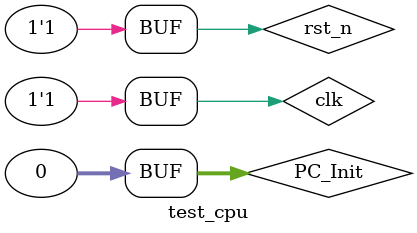
<source format=v>
`timescale 1ns / 1ps


module test_cpu;

	// Inputs
	reg clk;
	reg rst_n;
	reg [31:0] PC_Init;

	// Outputs
	wire [31:0] result;

	// Instantiate the Unit Under Test (UUT)
	CPU uut (
		.clk(clk), 
		.rst_n(rst_n), 
		.PC_Init(PC_Init), 
		.result(result)
	);
	always
	begin
	clk=0;
	#1
	clk=1;
	#1;
	end
	initial begin
		// Initialize Inputs
		//clk = 0;
		rst_n = 0;
		PC_Init = 0;

		// Wait 100 ns for global reset to finish
		#10;
      rst_n=1;
		// Add stimulus here

	end
      
endmodule


</source>
